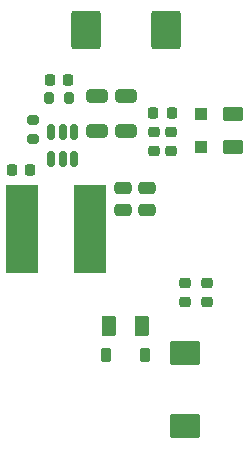
<source format=gbp>
G04 #@! TF.GenerationSoftware,KiCad,Pcbnew,8.0.5*
G04 #@! TF.CreationDate,2024-10-23T20:54:19+02:00*
G04 #@! TF.ProjectId,battEliminator,62617474-456c-4696-9d69-6e61746f722e,0.2*
G04 #@! TF.SameCoordinates,Original*
G04 #@! TF.FileFunction,Paste,Bot*
G04 #@! TF.FilePolarity,Positive*
%FSLAX46Y46*%
G04 Gerber Fmt 4.6, Leading zero omitted, Abs format (unit mm)*
G04 Created by KiCad (PCBNEW 8.0.5) date 2024-10-23 20:54:19*
%MOMM*%
%LPD*%
G01*
G04 APERTURE LIST*
G04 Aperture macros list*
%AMRoundRect*
0 Rectangle with rounded corners*
0 $1 Rounding radius*
0 $2 $3 $4 $5 $6 $7 $8 $9 X,Y pos of 4 corners*
0 Add a 4 corners polygon primitive as box body*
4,1,4,$2,$3,$4,$5,$6,$7,$8,$9,$2,$3,0*
0 Add four circle primitives for the rounded corners*
1,1,$1+$1,$2,$3*
1,1,$1+$1,$4,$5*
1,1,$1+$1,$6,$7*
1,1,$1+$1,$8,$9*
0 Add four rect primitives between the rounded corners*
20,1,$1+$1,$2,$3,$4,$5,0*
20,1,$1+$1,$4,$5,$6,$7,0*
20,1,$1+$1,$6,$7,$8,$9,0*
20,1,$1+$1,$8,$9,$2,$3,0*%
G04 Aperture macros list end*
%ADD10RoundRect,0.225000X0.225000X0.250000X-0.225000X0.250000X-0.225000X-0.250000X0.225000X-0.250000X0*%
%ADD11RoundRect,0.250000X-0.300000X0.300000X-0.300000X-0.300000X0.300000X-0.300000X0.300000X0.300000X0*%
%ADD12RoundRect,0.200000X-0.275000X0.200000X-0.275000X-0.200000X0.275000X-0.200000X0.275000X0.200000X0*%
%ADD13RoundRect,0.250000X-0.650000X0.325000X-0.650000X-0.325000X0.650000X-0.325000X0.650000X0.325000X0*%
%ADD14RoundRect,0.200000X0.200000X0.275000X-0.200000X0.275000X-0.200000X-0.275000X0.200000X-0.275000X0*%
%ADD15RoundRect,0.225000X-0.225000X-0.375000X0.225000X-0.375000X0.225000X0.375000X-0.225000X0.375000X0*%
%ADD16RoundRect,0.250000X0.475000X-0.250000X0.475000X0.250000X-0.475000X0.250000X-0.475000X-0.250000X0*%
%ADD17RoundRect,0.250000X0.375000X0.625000X-0.375000X0.625000X-0.375000X-0.625000X0.375000X-0.625000X0*%
%ADD18RoundRect,0.225000X-0.250000X0.225000X-0.250000X-0.225000X0.250000X-0.225000X0.250000X0.225000X0*%
%ADD19RoundRect,0.250000X-0.625000X0.375000X-0.625000X-0.375000X0.625000X-0.375000X0.625000X0.375000X0*%
%ADD20RoundRect,0.218750X-0.256250X0.218750X-0.256250X-0.218750X0.256250X-0.218750X0.256250X0.218750X0*%
%ADD21RoundRect,0.218750X0.218750X0.256250X-0.218750X0.256250X-0.218750X-0.256250X0.218750X-0.256250X0*%
%ADD22R,2.700000X7.500000*%
%ADD23RoundRect,0.225000X0.250000X-0.225000X0.250000X0.225000X-0.250000X0.225000X-0.250000X-0.225000X0*%
%ADD24RoundRect,0.250000X-1.025000X0.787500X-1.025000X-0.787500X1.025000X-0.787500X1.025000X0.787500X0*%
%ADD25RoundRect,0.250000X-1.000000X1.400000X-1.000000X-1.400000X1.000000X-1.400000X1.000000X1.400000X0*%
%ADD26RoundRect,0.150000X-0.150000X0.512500X-0.150000X-0.512500X0.150000X-0.512500X0.150000X0.512500X0*%
G04 APERTURE END LIST*
D10*
X122875000Y-106712499D03*
X121325000Y-106712499D03*
D11*
X134100000Y-109600000D03*
X134100000Y-112400000D03*
D12*
X119850000Y-110062499D03*
X119850000Y-111712499D03*
D13*
X125350000Y-108087501D03*
X125350000Y-111037501D03*
D14*
X122900000Y-108262499D03*
X121250000Y-108262499D03*
D15*
X126100000Y-130000000D03*
X129400000Y-130000000D03*
D16*
X129550000Y-117762499D03*
X129550000Y-115862499D03*
D17*
X129150000Y-127550000D03*
X126350000Y-127550000D03*
D13*
X127750000Y-108062500D03*
X127750000Y-111012500D03*
D18*
X130100000Y-111150000D03*
X130100000Y-112700000D03*
D19*
X136800000Y-109550000D03*
X136800000Y-112350000D03*
D10*
X119625000Y-114312499D03*
X118075000Y-114312499D03*
D20*
X132800000Y-123912500D03*
X132800000Y-125487500D03*
D21*
X131637500Y-109475000D03*
X130062500Y-109475000D03*
D22*
X118950000Y-119362499D03*
X124750000Y-119362499D03*
D18*
X131600000Y-111150000D03*
X131600000Y-112700000D03*
D23*
X134650000Y-125475000D03*
X134650000Y-123925000D03*
D24*
X132800000Y-129787500D03*
X132800000Y-136012500D03*
D25*
X124350000Y-102500000D03*
X131150000Y-102500000D03*
D16*
X127500000Y-117762499D03*
X127500000Y-115862499D03*
D26*
X121450000Y-111124999D03*
X122400000Y-111124999D03*
X123350000Y-111124999D03*
X123350000Y-113399999D03*
X122400000Y-113399999D03*
X121450000Y-113399999D03*
M02*

</source>
